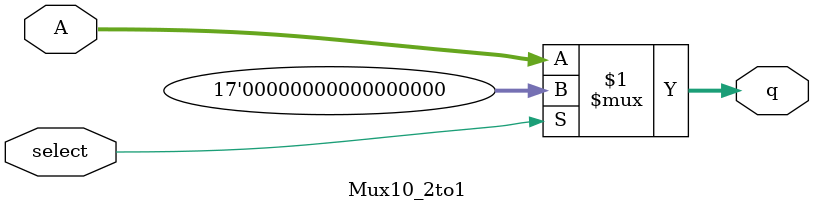
<source format=sv>
module Mux10_2to1(input[16:0] A, input select, output[16:0] q);
  
  assign q = select?17'b0:A;
  
endmodule



</source>
